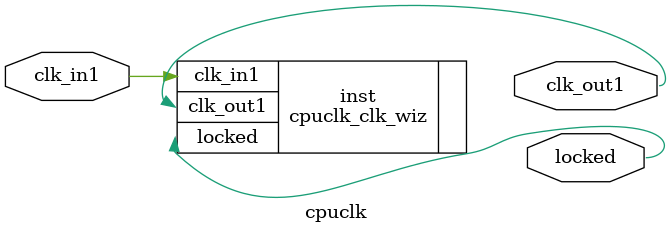
<source format=v>


`timescale 1ps/1ps

(* CORE_GENERATION_INFO = "cpuclk,clk_wiz_v5_4_3_0,{component_name=cpuclk,use_phase_alignment=true,use_min_o_jitter=false,use_max_i_jitter=false,use_dyn_phase_shift=false,use_inclk_switchover=false,use_dyn_reconfig=false,enable_axi=0,feedback_source=FDBK_AUTO,PRIMITIVE=PLL,num_out_clk=1,clkin1_period=10.000,clkin2_period=10.000,use_power_down=false,use_reset=false,use_locked=true,use_inclk_stopped=false,feedback_type=SINGLE,CLOCK_MGR_TYPE=NA,manual_override=false}" *)

module cpuclk 
 (
  // Clock out ports
  output        clk_out1,
  // Status and control signals
  output        locked,
 // Clock in ports
  input         clk_in1
 );

  cpuclk_clk_wiz inst
  (
  // Clock out ports  
  .clk_out1(clk_out1),
  // Status and control signals               
  .locked(locked),
 // Clock in ports
  .clk_in1(clk_in1)
  );

endmodule

</source>
